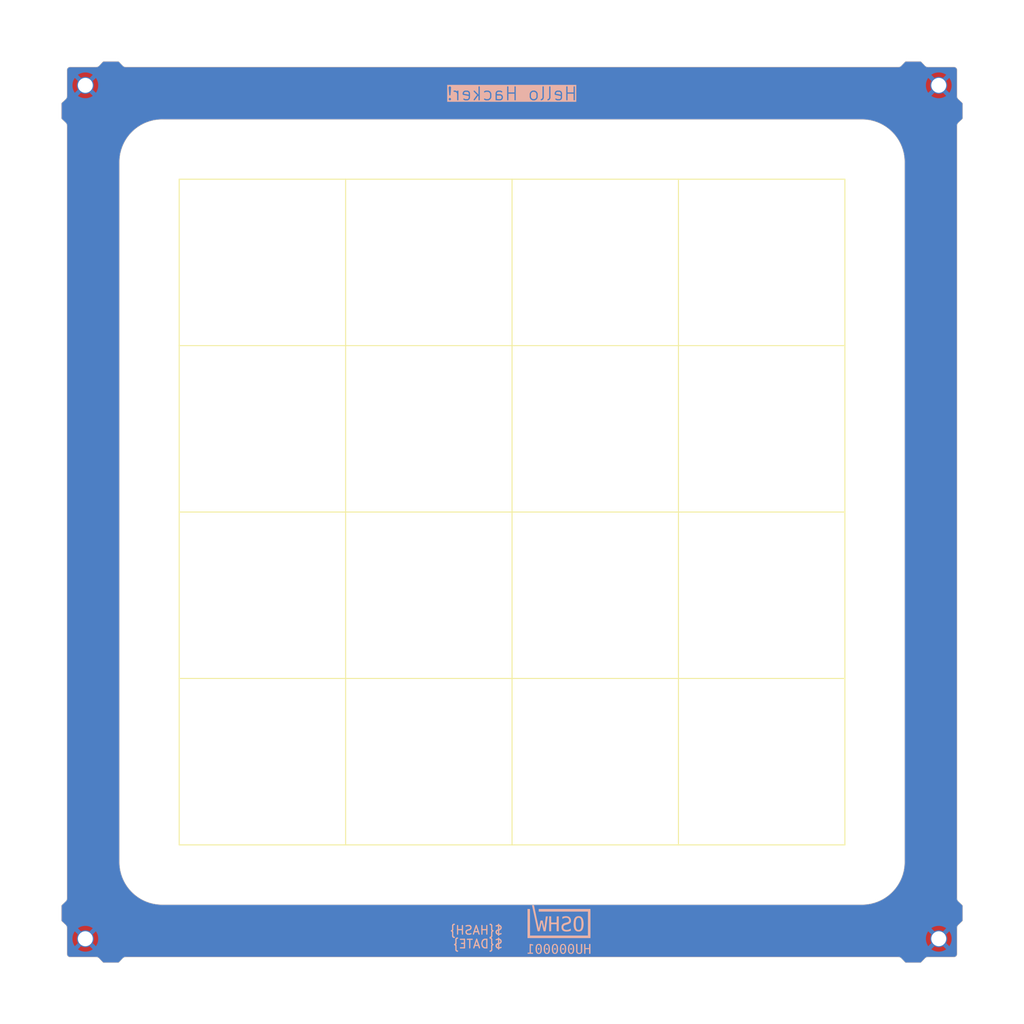
<source format=kicad_pcb>
(kicad_pcb (version 20241229) (generator "pcbnew") (generator_version "9.0")
  (layers (0 "F.Cu" signal) (2 "B.Cu" signal) (13 "F.Paste" user) (15 "B.Paste" user) (5 "F.SilkS" user "F.Silkscreen") (7 "B.SilkS" user "B.Silkscreen") (1 "F.Mask" user) (3 "B.Mask" user) (25 "Edge.Cuts" user))
  (net 0 "")
  (net 1 "GND")
  (footprint "suku_basics:FP_OUTLINE_3" (layer "F.Cu") (at 100 100)
    (property "Reference" "H1" (hide yes))
    (property "Value" "MountingHole_Pad" (hide yes))
    (fp_line (start -52.799999 -46.100001) (end -52.799999 -47.899999) (stroke (width 0.05)) (layer "Edge.Cuts"))
    (fp_line (start -52.799999 46.100001) (end -52.799999 47.899999) (stroke (width 0.05)) (layer "Edge.Cuts"))
    (fp_line (start -52.626954 -48.077382) (end -52.265506 -48.421458) (stroke (width 0.05)) (layer "Edge.Cuts"))
    (fp_line (start -52.626954 -45.922618) (end -52.265506 -45.578542) (stroke (width 0.05)) (layer "Edge.Cuts"))
    (fp_line (start -52.626954 45.922618) (end -52.265506 45.578542) (stroke (width 0.05)) (layer "Edge.Cuts"))
    (fp_line (start -52.626954 48.077382) (end -52.265506 48.421458) (stroke (width 0.05)) (layer "Edge.Cuts"))
    (fp_line (start -52.15 -48.75) (end -52.15 -51.8) (stroke (width 0.05)) (layer "Edge.Cuts"))
    (fp_line (start -52.15 45.25) (end -52.15 -45.25) (stroke (width 0.05)) (layer "Edge.Cuts"))
    (fp_line (start -52.15 48.75) (end -52.15 51.8) (stroke (width 0.05)) (layer "Edge.Cuts"))
    (fp_line (start -48.75 -52.15) (end -51.8 -52.15) (stroke (width 0.05)) (layer "Edge.Cuts"))
    (fp_line (start -48.75 52.15) (end -51.8 52.15) (stroke (width 0.05)) (layer "Edge.Cuts"))
    (fp_line (start -48.077382 -52.626954) (end -48.421458 -52.265506) (stroke (width 0.05)) (layer "Edge.Cuts"))
    (fp_line (start -48.077382 52.626954) (end -48.421458 52.265506) (stroke (width 0.05)) (layer "Edge.Cuts"))
    (fp_line (start -46.100001 -52.799999) (end -47.899999 -52.799999) (stroke (width 0.05)) (layer "Edge.Cuts"))
    (fp_line (start -46.100001 52.799999) (end -47.899999 52.799999) (stroke (width 0.05)) (layer "Edge.Cuts"))
    (fp_line (start -45.922618 -52.626954) (end -45.578542 -52.265506) (stroke (width 0.05)) (layer "Edge.Cuts"))
    (fp_line (start -45.922618 52.626954) (end -45.578542 52.265506) (stroke (width 0.05)) (layer "Edge.Cuts"))
    (fp_line (start -45.25 -52.15) (end 45.25 -52.15) (stroke (width 0.05)) (layer "Edge.Cuts"))
    (fp_line (start 45.25 52.15) (end -45.25 52.15) (stroke (width 0.05)) (layer "Edge.Cuts"))
    (fp_line (start 45.922618 -52.626954) (end 45.578542 -52.265506) (stroke (width 0.05)) (layer "Edge.Cuts"))
    (fp_line (start 45.922618 52.626955) (end 45.578542 52.265507) (stroke (width 0.05)) (layer "Edge.Cuts"))
    (fp_line (start 46.100001 -52.799999) (end 47.899999 -52.799999) (stroke (width 0.05)) (layer "Edge.Cuts"))
    (fp_line (start 46.100001 52.799999) (end 47.899999 52.799999) (stroke (width 0.05)) (layer "Edge.Cuts"))
    (fp_line (start 48.077377 52.626959) (end 48.421453 52.265511) (stroke (width 0.05)) (layer "Edge.Cuts"))
    (fp_line (start 48.077384 -52.626954) (end 48.42146 -52.265506) (stroke (width 0.05)) (layer "Edge.Cuts"))
    (fp_line (start 48.75 -52.15) (end 51.8 -52.15) (stroke (width 0.05)) (layer "Edge.Cuts"))
    (fp_line (start 48.75 52.15) (end 51.8 52.15) (stroke (width 0.05)) (layer "Edge.Cuts"))
    (fp_line (start 52.15 -48.75) (end 52.15 -51.8) (stroke (width 0.05)) (layer "Edge.Cuts"))
    (fp_line (start 52.15 -45.25) (end 52.15 45.25) (stroke (width 0.05)) (layer "Edge.Cuts"))
    (fp_line (start 52.15 48.75) (end 52.15 51.8) (stroke (width 0.05)) (layer "Edge.Cuts"))
    (fp_line (start 52.626954 -48.077385) (end 52.265506 -48.421461) (stroke (width 0.05)) (layer "Edge.Cuts"))
    (fp_line (start 52.626954 -45.922618) (end 52.265506 -45.578542) (stroke (width 0.05)) (layer "Edge.Cuts"))
    (fp_line (start 52.626954 45.922618) (end 52.265506 45.578542) (stroke (width 0.05)) (layer "Edge.Cuts"))
    (fp_line (start 52.626954 48.077383) (end 52.265506 48.421459) (stroke (width 0.05)) (layer "Edge.Cuts"))
    (fp_line (start 52.799999 -46.100001) (end 52.799999 -47.899999) (stroke (width 0.05)) (layer "Edge.Cuts"))
    (fp_line (start 52.799999 46.100001) (end 52.799999 47.899999) (stroke (width 0.05)) (layer "Edge.Cuts"))
    (fp_line (start 52.799999 47.899999) (end 52.626954 48.077383) (stroke (width 0.05)) (layer "Edge.Cuts"))
    (fp_arc (start -52.799999 -47.899999) (mid -52.717353 -47.992466) (end -52.62696 -48.077377) (stroke (width 0.05)) (layer "Edge.Cuts"))
    (fp_arc (start -52.799999 46.100001) (mid -52.717353 46.007534) (end -52.62696 45.922623) (stroke (width 0.05)) (layer "Edge.Cuts"))
    (fp_arc (start -52.62696 -45.922623) (mid -52.717353 -46.007534) (end -52.799999 -46.100001) (stroke (width 0.05)) (layer "Edge.Cuts"))
    (fp_arc (start -52.62696 48.077377) (mid -52.717353 47.992466) (end -52.799999 47.899999) (stroke (width 0.05)) (layer "Edge.Cuts"))
    (fp_arc (start -52.265506 -45.578542) (mid -52.179718 -45.424127) (end -52.15 -45.25) (stroke (width 0.05)) (layer "Edge.Cuts"))
    (fp_arc (start -52.265506 48.421458) (mid -52.179718 48.575873) (end -52.15 48.75) (stroke (width 0.05)) (layer "Edge.Cuts"))
    (fp_arc (start -52.15 -51.8) (mid -52.047488 -52.047488) (end -51.8 -52.15) (stroke (width 0.05)) (layer "Edge.Cuts"))
    (fp_arc (start -52.15 -48.75) (mid -52.179717 -48.575872) (end -52.265506 -48.421458) (stroke (width 0.05)) (layer "Edge.Cuts"))
    (fp_arc (start -52.15 45.25) (mid -52.179717 45.424128) (end -52.265506 45.578542) (stroke (width 0.05)) (layer "Edge.Cuts"))
    (fp_arc (start -51.8 52.15) (mid -52.047488 52.047488) (end -52.15 51.8) (stroke (width 0.05)) (layer "Edge.Cuts"))
    (fp_arc (start -48.75 52.15) (mid -48.575872 52.179717) (end -48.421458 52.265506) (stroke (width 0.05)) (layer "Edge.Cuts"))
    (fp_arc (start -48.421458 -52.265506) (mid -48.575873 -52.179718) (end -48.75 -52.15) (stroke (width 0.05)) (layer "Edge.Cuts"))
    (fp_arc (start -48.077377 -52.62696) (mid -47.992466 -52.717353) (end -47.899999 -52.799999) (stroke (width 0.05)) (layer "Edge.Cuts"))
    (fp_arc (start -47.899999 52.799999) (mid -47.992466 52.717353) (end -48.077377 52.62696) (stroke (width 0.05)) (layer "Edge.Cuts"))
    (fp_arc (start -46.100001 -52.799999) (mid -46.007534 -52.717353) (end -45.922623 -52.62696) (stroke (width 0.05)) (layer "Edge.Cuts"))
    (fp_arc (start -45.922623 52.62696) (mid -46.007534 52.717353) (end -46.100001 52.799999) (stroke (width 0.05)) (layer "Edge.Cuts"))
    (fp_arc (start -45.578542 52.265506) (mid -45.424127 52.179718) (end -45.25 52.15) (stroke (width 0.05)) (layer "Edge.Cuts"))
    (fp_arc (start -45.25 -52.15) (mid -45.424128 -52.179717) (end -45.578542 -52.265506) (stroke (width 0.05)) (layer "Edge.Cuts"))
    (fp_arc (start 45.25 52.15) (mid 45.424127 52.179718) (end 45.578542 52.265506) (stroke (width 0.05)) (layer "Edge.Cuts"))
    (fp_arc (start 45.578542 -52.265506) (mid 45.424128 -52.179717) (end 45.25 -52.15) (stroke (width 0.05)) (layer "Edge.Cuts"))
    (fp_arc (start 45.922623 -52.62696) (mid 46.007534 -52.717353) (end 46.100001 -52.799999) (stroke (width 0.05)) (layer "Edge.Cuts"))
    (fp_arc (start 46.099996 52.799994) (mid 46.007529 52.717348) (end 45.922618 52.626955) (stroke (width 0.05)) (layer "Edge.Cuts"))
    (fp_arc (start 47.900001 -52.799999) (mid 47.992468 -52.717353) (end 48.077379 -52.62696) (stroke (width 0.05)) (layer "Edge.Cuts"))
    (fp_arc (start 48.077377 52.62696) (mid 47.992466 52.717353) (end 47.899999 52.799999) (stroke (width 0.05)) (layer "Edge.Cuts"))
    (fp_arc (start 48.421458 52.265507) (mid 48.575872 52.179718) (end 48.75 52.150001) (stroke (width 0.05)) (layer "Edge.Cuts"))
    (fp_arc (start 48.750002 -52.15) (mid 48.575874 -52.179717) (end 48.42146 -52.265506) (stroke (width 0.05)) (layer "Edge.Cuts"))
    (fp_arc (start 51.8 -52.15) (mid 52.047487 -52.047487) (end 52.15 -51.8) (stroke (width 0.05)) (layer "Edge.Cuts"))
    (fp_arc (start 52.15 -45.25) (mid 52.179717 -45.424128) (end 52.265506 -45.578542) (stroke (width 0.05)) (layer "Edge.Cuts"))
    (fp_arc (start 52.15 48.75) (mid 52.179718 48.575873) (end 52.265506 48.421458) (stroke (width 0.05)) (layer "Edge.Cuts"))
    (fp_arc (start 52.15 51.8) (mid 52.047487 52.047487) (end 51.8 52.15) (stroke (width 0.05)) (layer "Edge.Cuts"))
    (fp_arc (start 52.265506 -48.421461) (mid 52.179717 -48.575875) (end 52.15 -48.750003) (stroke (width 0.05)) (layer "Edge.Cuts"))
    (fp_arc (start 52.265506 45.578542) (mid 52.179717 45.424128) (end 52.15 45.25) (stroke (width 0.05)) (layer "Edge.Cuts"))
    (fp_arc (start 52.62696 -48.07738) (mid 52.717353 -47.992469) (end 52.799999 -47.900002) (stroke (width 0.05)) (layer "Edge.Cuts"))
    (fp_arc (start 52.62696 45.922623) (mid 52.717353 46.007534) (end 52.799999 46.100001) (stroke (width 0.05)) (layer "Edge.Cuts"))
    (fp_arc (start 52.799999 -46.100001) (mid 52.717353 -46.007534) (end 52.62696 -45.922623) (stroke (width 0.05)) (layer "Edge.Cuts"))
    (pad "1" thru_hole circle (at -50 -50) (size 2 2) (drill 1.75) (layers "*.Cu" "*.Mask") (net 1 "GND"))
    (pad "1" thru_hole circle (at -50 50) (size 2 2) (drill 1.75) (layers "*.Cu" "*.Mask") (net 1 "GND"))
    (pad "1" thru_hole circle (at 50 -50) (size 2 2) (drill 1.75) (layers "*.Cu" "*.Mask") (net 1 "GND"))
    (pad "1" thru_hole circle (at 50 50) (size 2 2) (drill 1.75) (layers "*.Cu" "*.Mask") (net 1 "GND"))
  )
  (footprint "suku_basics:OSHWA" (layer "B.Cu") (at 105.5 149 180)
    (property "Reference" "H524" (hide yes))
    (property "Value" "Outline" (hide yes))
    (fp_poly (pts (xy 3.689316 -0.925456) (xy -3.689315 -0.925456) (xy -3.689315 2.488724) (xy 2.37617 2.488724) (xy 2.37617 2.176071) (xy -3.389168 2.176071) (xy -3.389168 -0.625308) (xy 3.389071 -0.625308) (xy 3.392246 0.928582) (xy 3.395421 2.482471) (xy 3.542369 2.485995) (xy 3.689316 2.489518)) (fill yes) (layer "B.SilkS"))
    (fp_poly (pts (xy 0.146948 1.623126) (xy 0.268883 1.619547) (xy 0.275519 0.900443) (xy 0.91295 0.900443) (xy 0.91295 1.6258) (xy 1.150567 1.6258) (xy 1.150567 -0.125062) (xy 0.91295 -0.125062) (xy 0.91295 0.700344) (xy 0.275136 0.700344) (xy 0.275136 -0.125062) (xy 0.025013 -0.125062) (xy 0.025013 1.626706)) (fill yes) (layer "B.SilkS"))
    (fp_poly (pts (xy -3.526735 -2.088528) (xy -3.101526 -2.088528) (xy -3.101526 -1.613294) (xy -2.951452 -1.613294) (xy -2.951452 -2.763861) (xy -3.101038 -2.763861) (xy -3.104409 -2.491852) (xy -3.107779 -2.219843) (xy -3.526735 -2.212985) (xy -3.526735 -2.763861) (xy -3.689315 -2.763861) (xy -3.689315 -1.613294) (xy -3.526735 -1.613294)) (fill yes) (layer "B.SilkS"))
    (fp_poly (pts (xy 2.423363 -2.099022) (xy 2.455397 -2.12638) (xy 2.472875 -2.164417) (xy 2.473375 -2.206947) (xy 2.454476 -2.247785) (xy 2.445522 -2.25793) (xy 2.405042 -2.283341) (xy 2.360014 -2.288196) (xy 2.318075 -2.272398) (xy 2.303313 -2.259682) (xy 2.278977 -2.218539) (xy 2.275667 -2.175058) (xy 2.290781 -2.135108) (xy 2.321718 -2.104558) (xy 2.365875 -2.089276) (xy 2.379195 -2.088528)) (fill yes) (layer "B.SilkS"))
    (fp_poly (pts (xy 1.472895 -2.099022) (xy 1.504929 -2.12638) (xy 1.522407 -2.164417) (xy 1.522907 -2.206947) (xy 1.504008 -2.247785) (xy 1.495054 -2.25793) (xy 1.454575 -2.283341) (xy 1.409546 -2.288196) (xy 1.367607 -2.272398) (xy 1.352845 -2.259682) (xy 1.328509 -2.218539) (xy 1.325199 -2.175058) (xy 1.340313 -2.135108) (xy 1.37125 -2.104558) (xy 1.415407 -2.089276) (xy 1.428727 -2.088528)) (fill yes) (layer "B.SilkS"))
    (fp_poly (pts (xy 0.522427 -2.099022) (xy 0.554461 -2.12638) (xy 0.571939 -2.164417) (xy 0.57244 -2.206947) (xy 0.55354 -2.247785) (xy 0.544587 -2.25793) (xy 0.504107 -2.283341) (xy 0.459078 -2.288196) (xy 0.417139 -2.272398) (xy 0.402377 -2.259682) (xy 0.378041 -2.218539) (xy 0.374731 -2.175058) (xy 0.389846 -2.135108) (xy 0.420782 -2.104558) (xy 0.464939 -2.089276) (xy 0.478259 -2.088528)) (fill yes) (layer "B.SilkS"))
    (fp_poly (pts (xy -0.428041 -2.099022) (xy -0.396007 -2.12638) (xy -0.378529 -2.164417) (xy -0.378028 -2.206947) (xy -0.396927 -2.247785) (xy -0.405881 -2.25793) (xy -0.446361 -2.283341) (xy -0.491389 -2.288196) (xy -0.533328 -2.272398) (xy -0.54809 -2.259682) (xy -0.572426 -2.218539) (xy -0.575736 -2.175058) (xy -0.560622 -2.135108) (xy -0.529686 -2.104558) (xy -0.485529 -2.089276) (xy -0.472209 -2.088528)) (fill yes) (layer "B.SilkS"))
    (fp_poly (pts (xy -1.366002 -2.099022) (xy -1.333968 -2.12638) (xy -1.31649 -2.164417) (xy -1.31599 -2.206947) (xy -1.334889 -2.247785) (xy -1.343843 -2.25793) (xy -1.384322 -2.283341) (xy -1.429351 -2.288196) (xy -1.47129 -2.272398) (xy -1.486052 -2.259682) (xy -1.510388 -2.218539) (xy -1.513698 -2.175058) (xy -1.498584 -2.135108) (xy -1.467647 -2.104558) (xy -1.42349 -2.089276) (xy -1.41017 -2.088528)) (fill yes) (layer "B.SilkS"))
    (fp_poly (pts (xy 3.439193 -2.626293) (xy 3.67681 -2.626293) (xy 3.67681 -2.763861) (xy 3.037689 -2.763861) (xy 3.041469 -2.698203) (xy 3.045249 -2.632546) (xy 3.167184 -2.628966) (xy 3.289119 -2.625387) (xy 3.289119 -2.194378) (xy 3.288777 -2.074495) (xy 3.287778 -1.971946) (xy 3.286163 -1.888188) (xy 3.283972 -1.824679) (xy 3.281247 -1.782877) (xy 3.278027 -1.76424) (xy 3.277097 -1.763368) (xy 3.260168 -1.766055) (xy 3.225245 -1.773232) (xy 3.178662 -1.78357) (xy 3.157804 -1.78838) (xy 3.108191 -1.799632) (xy 3.067562 -1.808258) (xy 3.042296 -1.81293) (xy 3.037888 -1.813393) (xy 3.031169 -1.801857) (xy 3.028386 -1.770697) (xy 3.028992 -1.742407) (xy 3.032743 -1.671421) (xy 3.157804 -1.642959) (xy 3.221273 -1.630301) (xy 3.285815 -1.620393) (xy 3.341191 -1.614699) (xy 3.361029 -1.613896) (xy 3.439193 -1.613294)) (fill yes) (layer "B.SilkS"))
    (fp_poly (pts (xy -2.561065 -2.0883) (xy -2.557508 -2.563306) (xy -2.519948 -2.600854) (xy -2.471266 -2.633373) (xy -2.409462 -2.651483) (xy -2.342226 -2.654652) (xy -2.277249 -2.642346) (xy -2.231814 -2.62084) (xy -2.214905 -2.608756) (xy -2.201041 -2.59515) (xy -2.189922 -2.577563) (xy -2.181246 -2.553532) (xy -2.17471 -2.520598) (xy -2.170015 -2.4763) (xy -2.166857 -2.418177) (xy -2.164936 -2.343768) (xy -2.16395 -2.250614) (xy -2.163598 -2.136253) (xy -2.163564 -2.063918) (xy -2.163564 -1.613294) (xy -1.998864 -1.613294) (xy -2.004222 -2.072895) (xy -2.006032 -2.205355) (xy -2.008145 -2.314667) (xy -2.01064 -2.402695) (xy -2.0136 -2.471303) (xy -2.017104 -2.522353) (xy -2.021235 -2.557709) (xy -2.026072 -2.579236) (xy -2.026235 -2.579707) (xy -2.061961 -2.646483) (xy -2.11637 -2.704712) (xy -2.18322 -2.74789) (xy -2.191159 -2.751482) (xy -2.248615 -2.76959) (xy -2.317403 -2.781305) (xy -2.387483 -2.785695) (xy -2.448813 -2.781827) (xy -2.469965 -2.7774) (xy -2.559864 -2.741802) (xy -2.631084 -2.690092) (xy -2.68309 -2.622692) (xy -2.694035 -2.60128) (xy -2.700795 -2.585557) (xy -2.706311 -2.568715) (xy -2.710737 -2.548089) (xy -2.714227 -2.52101) (xy -2.716934 -2.484812) (xy -2.719011 -2.436829) (xy -2.720611 -2.374392) (xy -2.721887 -2.294836) (xy -2.722993 -2.195492) (xy -2.724036 -2.079149) (xy -2.727983 -1.613294) (xy -2.564621 -1.613294)) (fill yes) (layer "B.SilkS"))
    (fp_poly (pts (xy 2.479267 -1.612912) (xy 2.544266 -1.637705) (xy 2.599169 -1.679949) (xy 2.633148 -1.719274) (xy 2.674326 -1.78977) (xy 2.706844 -1.879346) (xy 2.730172 -1.983428) (xy 2.743778 -2.09744) (xy 2.74713 -2.216809) (xy 2.739698 -2.336958) (xy 2.720951 -2.453315) (xy 2.719279 -2.460853) (xy 2.685784 -2.566283) (xy 2.637453 -2.652461) (xy 2.574704 -2.718771) (xy 2.520358 -2.754112) (xy 2.462001 -2.774198) (xy 2.391637 -2.783817) (xy 2.320306 -2.782224) (xy 2.266388 -2.771248) (xy 2.190068 -2.734152) (xy 2.12676 -2.676662) (xy 2.07604 -2.598241) (xy 2.037481 -2.498348) (xy 2.029936 -2.47091) (xy 2.018323 -2.407332) (xy 2.010576 -2.326836) (xy 2.006695 -2.23636) (xy 2.006682 -2.144806) (xy 2.167182 -2.144806) (xy 2.16743 -2.28475) (xy 2.177721 -2.402029) (xy 2.198129 -2.496918) (xy 2.228728 -2.569692) (xy 2.269592 -2.620626) (xy 2.3012 -2.641906) (xy 2.354246 -2.66084) (xy 2.403413 -2.659264) (xy 2.446617 -2.643425) (xy 2.48408 -2.616016) (xy 2.516627 -2.575561) (xy 2.519016 -2.571514) (xy 2.542248 -2.52449) (xy 2.559405 -2.473242) (xy 2.57121 -2.413306) (xy 2.578386 -2.340213) (xy 2.581657 -2.249498) (xy 2.58204 -2.182324) (xy 2.579984 -2.074424) (xy 2.573824 -1.987609) (xy 2.562709 -1.918165) (xy 2.545787 -1.862378) (xy 2.522209 -1.816533) (xy 2.491124 -1.776917) (xy 2.488534 -1.774164) (xy 2.458625 -1.745356) (xy 2.432972 -1.73103) (xy 2.400092 -1.726228) (xy 2.376635 -1.72585) (xy 2.335154 -1.727808) (xy 2.306456 -1.736951) (xy 2.278799 -1.75818) (xy 2.263454 -1.773092) (xy 2.232664 -1.809168) (xy 2.20913 -1.850513) (xy 2.19183 -1.901075) (xy 2.179739 -1.964803) (xy 2.171835 -2.045647) (xy 2.167182 -2.144806) (xy 2.006682 -2.144806) (xy 2.006682 -2.142843) (xy 2.010537 -2.053224) (xy 2.018263 -1.97444) (xy 2.029855 -1.913442) (xy 2.059663 -1.823267) (xy 2.096259 -1.751266) (xy 2.143074 -1.690827) (xy 2.148311 -1.685308) (xy 2.199716 -1.642072) (xy 2.257261 -1.615278) (xy 2.326695 -1.60302) (xy 2.398093 -1.602551)) (fill yes) (layer "B.SilkS"))
    (fp_poly (pts (xy 1.528799 -1.612912) (xy 1.593798 -1.637705) (xy 1.648701 -1.679949) (xy 1.68268 -1.719274) (xy 1.723858 -1.78977) (xy 1.756376 -1.879346) (xy 1.779704 -1.983428) (xy 1.79331 -2.09744) (xy 1.796663 -2.216809) (xy 1.789231 -2.336958) (xy 1.770483 -2.453315) (xy 1.768811 -2.460853) (xy 1.735316 -2.566283) (xy 1.686986 -2.652461) (xy 1.624236 -2.718771) (xy 1.569891 -2.754112) (xy 1.511533 -2.774198) (xy 1.44117 -2.783817) (xy 1.369838 -2.782224) (xy 1.31592 -2.771248) (xy 1.239601 -2.734152) (xy 1.176293 -2.676662) (xy 1.125572 -2.598241) (xy 1.087013 -2.498348) (xy 1.079469 -2.47091) (xy 1.067856 -2.407332) (xy 1.060108 -2.326836) (xy 1.056227 -2.23636) (xy 1.056214 -2.144806) (xy 1.216714 -2.144806) (xy 1.216962 -2.28475) (xy 1.227253 -2.402029) (xy 1.247661 -2.496918) (xy 1.27826 -2.569692) (xy 1.319124 -2.620626) (xy 1.350732 -2.641906) (xy 1.403779 -2.66084) (xy 1.452946 -2.659264) (xy 1.496149 -2.643425) (xy 1.533612 -2.616016) (xy 1.566159 -2.575561) (xy 1.568548 -2.571514) (xy 1.59178 -2.52449) (xy 1.608937 -2.473242) (xy 1.620742 -2.413306) (xy 1.627918 -2.340213) (xy 1.631189 -2.249498) (xy 1.631572 -2.182324) (xy 1.629516 -2.074424) (xy 1.623356 -1.987609) (xy 1.612241 -1.918165) (xy 1.59532 -1.862378) (xy 1.571742 -1.816533) (xy 1.540656 -1.776917) (xy 1.538066 -1.774164) (xy 1.508157 -1.745356) (xy 1.482504 -1.73103) (xy 1.449624 -1.726228) (xy 1.426167 -1.72585) (xy 1.384686 -1.727808) (xy 1.355988 -1.736951) (xy 1.328331 -1.75818) (xy 1.312986 -1.773092) (xy 1.282196 -1.809168) (xy 1.258663 -1.850513) (xy 1.241362 -1.901075) (xy 1.229271 -1.964803) (xy 1.221368 -2.045647) (xy 1.216714 -2.144806) (xy 1.056214 -2.144806) (xy 1.056214 -2.142843) (xy 1.06007 -2.053224) (xy 1.067795 -1.97444) (xy 1.079387 -1.913442) (xy 1.109196 -1.823267) (xy 1.145791 -1.751266) (xy 1.192606 -1.690827) (xy 1.197843 -1.685308) (xy 1.249248 -1.642072) (xy 1.306793 -1.615278) (xy 1.376227 -1.60302) (xy 1.447625 -1.602551)) (fill yes) (layer "B.SilkS"))
    (fp_poly (pts (xy 0.578332 -1.612912) (xy 0.64333 -1.637705) (xy 0.698234 -1.679949) (xy 0.732212 -1.719274) (xy 0.77339 -1.78977) (xy 0.805908 -1.879346) (xy 0.829236 -1.983428) (xy 0.842842 -2.09744) (xy 0.846195 -2.216809) (xy 0.838763 -2.336958) (xy 0.820015 -2.453315) (xy 0.818343 -2.460853) (xy 0.784848 -2.566283) (xy 0.736518 -2.652461) (xy 0.673769 -2.718771) (xy 0.619423 -2.754112) (xy 0.561066 -2.774198) (xy 0.490702 -2.783817) (xy 0.41937 -2.782224) (xy 0.365453 -2.771248) (xy 0.289133 -2.734152) (xy 0.225825 -2.676662) (xy 0.175104 -2.598241) (xy 0.136546 -2.498348) (xy 0.129001 -2.47091) (xy 0.117388 -2.407332) (xy 0.10964 -2.326836) (xy 0.10576 -2.23636) (xy 0.105746 -2.144806) (xy 0.266246 -2.144806) (xy 0.266494 -2.28475) (xy 0.276785 -2.402029) (xy 0.297193 -2.496918) (xy 0.327792 -2.569692) (xy 0.368656 -2.620626) (xy 0.400264 -2.641906) (xy 0.453311 -2.66084) (xy 0.502478 -2.659264) (xy 0.545681 -2.643425) (xy 0.583144 -2.616016) (xy 0.615692 -2.575561) (xy 0.61808 -2.571514) (xy 0.641313 -2.52449) (xy 0.65847 -2.473242) (xy 0.670275 -2.413306) (xy 0.677451 -2.340213) (xy 0.680721 -2.249498) (xy 0.681105 -2.182324) (xy 0.679048 -2.074424) (xy 0.672888 -1.987609) (xy 0.661773 -1.918165) (xy 0.644852 -1.862378) (xy 0.621274 -1.816533) (xy 0.590188 -1.776917) (xy 0.587598 -1.774164) (xy 0.557689 -1.745356) (xy 0.532036 -1.73103) (xy 0.499156 -1.726228) (xy 0.475699 -1.72585) (xy 0.434218 -1.727808) (xy 0.40552 -1.736951) (xy 0.377863 -1.75818) (xy 0.362518 -1.773092) (xy 0.331729 -1.809168) (xy 0.308195 -1.850513) (xy 0.290894 -1.901075) (xy 0.278803 -1.964803) (xy 0.2709 -2.045647) (xy 0.266246 -2.144806) (xy 0.105746 -2.144806) (xy 0.105746 -2.142843) (xy 0.109602 -2.053224) (xy 0.117327 -1.97444) (xy 0.12892 -1.913442) (xy 0.158728 -1.823267) (xy 0.195323 -1.751266) (xy 0.242139 -1.690827) (xy 0.247376 -1.685308) (xy 0.29878 -1.642072) (xy 0.356326 -1.615278) (xy 0.42576 -1.60302) (xy 0.497157 -1.602551)) (fill yes) (layer "B.SilkS"))
    (fp_poly (pts (xy -0.372136 -1.612912) (xy -0.307138 -1.637705) (xy -0.252234 -1.679949) (xy -0.218255 -1.719274) (xy -0.177078 -1.78977) (xy -0.144559 -1.879346) (xy -0.121231 -1.983428) (xy -0.107626 -2.09744) (xy -0.104273 -2.216809) (xy -0.111705 -2.336958) (xy -0.130453 -2.453315) (xy -0.132124 -2.460853) (xy -0.165619 -2.566283) (xy -0.21395 -2.652461) (xy -0.276699 -2.718771) (xy -0.331045 -2.754112) (xy -0.389402 -2.774198) (xy -0.459766 -2.783817) (xy -0.531098 -2.782224) (xy -0.585015 -2.771248) (xy -0.661335 -2.734152) (xy -0.724643 -2.676662) (xy -0.775364 -2.598241) (xy -0.813922 -2.498348) (xy -0.821467 -2.47091) (xy -0.83308 -2.407332) (xy -0.840827 -2.326836) (xy -0.844708 -2.23636) (xy -0.844721 -2.144806) (xy -0.684221 -2.144806) (xy -0.683973 -2.28475) (xy -0.673682 -2.402029) (xy -0.653275 -2.496918) (xy -0.622676 -2.569692) (xy -0.581811 -2.620626) (xy -0.550203 -2.641906) (xy -0.497157 -2.66084) (xy -0.44799 -2.659264) (xy -0.404787 -2.643425) (xy -0.367324 -2.616016) (xy -0.334776 -2.575561) (xy -0.332387 -2.571514) (xy -0.309155 -2.52449) (xy -0.291998 -2.473242) (xy -0.280193 -2.413306) (xy -0.273017 -2.340213) (xy -0.269746 -2.249498) (xy -0.269363 -2.182324) (xy -0.271419 -2.074424) (xy -0.27758 -1.987609) (xy -0.288695 -1.918165) (xy -0.305616 -1.862378) (xy -0.329194 -1.816533) (xy -0.36028 -1.776917) (xy -0.36287 -1.774164) (xy -0.392779 -1.745356) (xy -0.418432 -1.73103) (xy -0.451311 -1.726228) (xy -0.474768 -1.72585) (xy -0.51625 -1.727808) (xy -0.544947 -1.736951) (xy -0.572605 -1.75818) (xy -0.58795 -1.773092) (xy -0.618739 -1.809168) (xy -0.642273 -1.850513) (xy -0.659574 -1.901075) (xy -0.671664 -1.964803) (xy -0.679568 -2.045647) (xy -0.684221 -2.144806) (xy -0.844721 -2.144806) (xy -0.844721 -2.142843) (xy -0.840866 -2.053224) (xy -0.833141 -1.97444) (xy -0.821548 -1.913442) (xy -0.79174 -1.823267) (xy -0.755145 -1.751266) (xy -0.708329 -1.690827) (xy -0.703092 -1.685308) (xy -0.651688 -1.642072) (xy -0.594142 -1.615278) (xy -0.524708 -1.60302) (xy -0.453311 -1.602551)) (fill yes) (layer "B.SilkS"))
    (fp_poly (pts (xy -1.310098 -1.612912) (xy -1.245099 -1.637705) (xy -1.190196 -1.679949) (xy -1.156217 -1.719274) (xy -1.115039 -1.78977) (xy -1.082521 -1.879346) (xy -1.059193 -1.983428) (xy -1.045587 -2.09744) (xy -1.042234 -2.216809) (xy -1.049666 -2.336958) (xy -1.068414 -2.453315) (xy -1.070086 -2.460853) (xy -1.103581 -2.566283) (xy -1.151911 -2.652461) (xy -1.214661 -2.718771) (xy -1.269007 -2.754112) (xy -1.327364 -2.774198) (xy -1.397728 -2.783817) (xy -1.469059 -2.782224) (xy -1.522977 -2.771248) (xy -1.599296 -2.734152) (xy -1.662604 -2.676662) (xy -1.713325 -2.598241) (xy -1.751884 -2.498348) (xy -1.759429 -2.47091) (xy -1.771042 -2.407332) (xy -1.778789 -2.326836) (xy -1.78267 -2.23636) (xy -1.782683 -2.144806) (xy -1.622183 -2.144806) (xy -1.621935 -2.28475) (xy -1.611644 -2.402029) (xy -1.591236 -2.496918) (xy -1.560637 -2.569692) (xy -1.519773 -2.620626) (xy -1.488165 -2.641906) (xy -1.435118 -2.66084) (xy -1.385951 -2.659264) (xy -1.342748 -2.643425) (xy -1.305285 -2.616016) (xy -1.272738 -2.575561) (xy -1.270349 -2.571514) (xy -1.247117 -2.52449) (xy -1.22996 -2.473242) (xy -1.218155 -2.413306) (xy -1.210979 -2.340213) (xy -1.207708 -2.249498) (xy -1.207325 -2.182324) (xy -1.209381 -2.074424) (xy -1.215541 -1.987609) (xy -1.226656 -1.918165) (xy -1.243577 -1.862378) (xy -1.267155 -1.816533) (xy -1.298241 -1.776917) (xy -1.300831 -1.774164) (xy -1.33074 -1.745356) (xy -1.356393 -1.73103) (xy -1.389273 -1.726228) (xy -1.41273 -1.72585) (xy -1.454211 -1.727808) (xy -1.482909 -1.736951) (xy -1.510566 -1.75818) (xy -1.525911 -1.773092) (xy -1.556701 -1.809168) (xy -1.580234 -1.850513) (xy -1.597535 -1.901075) (xy -1.609626 -1.964803) (xy -1.617529 -2.045647) (xy -1.622183 -2.144806) (xy -1.782683 -2.144806) (xy -1.782683 -2.142843) (xy -1.778827 -2.053224) (xy -1.771102 -1.97444) (xy -1.75951 -1.913442) (xy -1.729702 -1.823267) (xy -1.693106 -1.751266) (xy -1.646291 -1.690827) (xy -1.641054 -1.685308) (xy -1.589649 -1.642072) (xy -1.532104 -1.615278) (xy -1.46267 -1.60302) (xy -1.391272 -1.602551)) (fill yes) (layer "B.SilkS"))
    (fp_poly (pts (xy -2.213686 1.648416) (xy -2.173361 1.642883) (xy -2.133448 1.632444) (xy -2.11365 1.62599) (xy -2.017135 1.582277) (xy -1.934897 1.520831) (xy -1.866124 1.440575) (xy -1.810003 1.340433) (xy -1.765721 1.219326) (xy -1.744681 1.136985) (xy -1.734923 1.07785) (xy -1.72692 0.999811) (xy -1.720855 0.908928) (xy -1.716911 0.811259) (xy -1.71527 0.712863) (xy -1.716115 0.6198) (xy -1.719627 0.538129) (xy -1.724944 0.481445) (xy -1.751517 0.331144) (xy -1.789241 0.202461) (xy -1.838715 0.094336) (xy -1.900537 0.005708) (xy -1.975305 -0.06448) (xy -2.062762 -0.116889) (xy -2.103525 -0.134659) (xy -2.139902 -0.14622) (xy -2.179949 -0.153159) (xy -2.231723 -0.157061) (xy -2.275366 -0.158715) (xy -2.345863 -0.159585) (xy -2.399351 -0.156676) (xy -2.443645 -0.149242) (xy -2.478265 -0.139354) (xy -2.571511 -0.098856) (xy -2.651292 -0.042823) (xy -2.718295 0.029968) (xy -2.773207 0.120739) (xy -2.816717 0.230714) (xy -2.849512 0.361114) (xy -2.872279 0.513163) (xy -2.877989 0.571523) (xy -2.884864 0.674628) (xy -2.885786 0.744116) (xy -2.629897 0.744116) (xy -2.627195 0.594409) (xy -2.618801 0.467089) (xy -2.604279 0.360089) (xy -2.583196 0.27134) (xy -2.555116 0.198778) (xy -2.519605 0.140333) (xy -2.497463 0.114208) (xy -2.463968 0.08401) (xy -2.42916 0.060012) (xy -2.419941 0.055293) (xy -2.371974 0.042609) (xy -2.310675 0.038337) (xy -2.24617 0.042214) (xy -2.188587 0.053976) (xy -2.167463 0.061848) (xy -2.110324 0.10024) (xy -2.062818 0.159403) (xy -2.024838 0.239747) (xy -1.996276 0.341685) (xy -1.977025 0.465628) (xy -1.966978 0.611987) (xy -1.96603 0.781173) (xy -1.967346 0.831659) (xy -1.974496 0.971762) (xy -1.986642 1.089396) (xy -2.00452 1.186737) (xy -2.02887 1.265962) (xy -2.06043 1.329249) (xy -2.099936 1.378775) (xy -2.148127 1.416718) (xy -2.169817 1.429044) (xy -2.234525 1.450351) (xy -2.308708 1.455453) (xy -2.382835 1.444401) (xy -2.428511 1.427606) (xy -2.481734 1.392782) (xy -2.526042 1.343307) (xy -2.561873 1.277702) (xy -2.589663 1.194486) (xy -2.609848 1.092179) (xy -2.622863 0.969303) (xy -2.629144 0.824376) (xy -2.629897 0.744116) (xy -2.885786 0.744116) (xy -2.886107 0.768282) (xy -2.881727 0.866448) (xy -2.878187 0.912678) (xy -2.859119 1.072373) (xy -2.830164 1.210136) (xy -2.790684 1.327272) (xy -2.740046 1.425088) (xy -2.677612 1.504888) (xy -2.602749 1.567978) (xy -2.542136 1.603131) (xy -2.502095 1.621588) (xy -2.466776 1.633727) (xy -2.42829 1.641206) (xy -2.378745 1.645687) (xy -2.328219 1.648133) (xy -2.262584 1.649885)) (fill yes) (layer "B.SilkS"))
    (fp_poly (pts (xy -0.796763 1.648341) (xy -0.685523 1.638002) (xy -0.57458 1.618762) (xy -0.47144 1.591483) (xy -0.422082 1.57389) (xy -0.406061 1.566635) (xy -0.395996 1.556809) (xy -0.390503 1.53914) (xy -0.388198 1.508358) (xy -0.387696 1.45919) (xy -0.38769 1.442943) (xy -0.388153 1.392245) (xy -0.389395 1.352573) (xy -0.391198 1.329392) (xy -0.392368 1.325652) (xy -0.404999 1.331227) (xy -0.432223 1.345495) (xy -0.453058 1.356958) (xy -0.554732 1.404587) (xy -0.659074 1.436678) (xy -0.76262 1.453345) (xy -0.86191 1.4547) (xy -0.95348 1.440857) (xy -1.033869 1.41193) (xy -1.099615 1.368032) (xy -1.130442 1.334753) (xy -1.166972 1.26703) (xy -1.183105 1.189889) (xy -1.177427 1.110201) (xy -1.177033 1.108409) (xy -1.163988 1.063883) (xy -1.144802 1.026727) (xy -1.116635 0.995185) (xy -1.076646 0.9675) (xy -1.021997 0.941913) (xy -0.949848 0.916667) (xy -0.857358 0.890006) (xy -0.799557 0.874812) (xy -0.729069 0.855592) (xy -0.661512 0.835202) (xy -0.603334 0.815723) (xy -0.560981 0.799233) (xy -0.551784 0.794908) (xy -0.457399 0.735184) (xy -0.384118 0.662245) (xy -0.331806 0.575839) (xy -0.300327 0.475715) (xy -0.289545 0.361621) (xy -0.290958 0.312654) (xy -0.307843 0.196094) (xy -0.343494 0.095994) (xy -0.397943 0.01233) (xy -0.47122 -0.054921) (xy -0.563355 -0.105784) (xy -0.674379 -0.140282) (xy -0.804323 -0.158439) (xy -0.900443 -0.161483) (xy -0.984703 -0.158051) (xy -1.070024 -0.149441) (xy -1.13806 -0.138049) (xy -1.198338 -0.123653) (xy -1.259779 -0.106575) (xy -1.310396 -0.090181) (xy -1.316272 -0.088005) (xy -1.388183 -0.060734) (xy -1.388183 0.063429) (xy -1.387687 0.115723) (xy -1.386352 0.157145) (xy -1.384404 0.182382) (xy -1.38289 0.187592) (xy -1.370172 0.182129) (xy -1.340939 0.167587) (xy -1.300705 0.146732) (xy -1.285967 0.138943) (xy -1.192068 0.093743) (xy -1.105928 0.063324) (xy -1.017843 0.044564) (xy -0.975878 0.039189) (xy -0.86929 0.035229) (xy -0.772107 0.046254) (xy -0.687556 0.071299) (xy -0.618865 0.109397) (xy -0.56926 0.159578) (xy -0.56797 0.161452) (xy -0.533797 0.231437) (xy -0.51833 0.308864) (xy -0.521301 0.387506) (xy -0.542443 0.461135) (xy -0.581487 0.523521) (xy -0.583649 0.525951) (xy -0.609695 0.551075) (xy -0.640923 0.57281) (xy -0.681021 0.592658) (xy -0.733674 0.612124) (xy -0.80257 0.632713) (xy -0.891395 0.655929) (xy -0.918913 0.662755) (xy -1.050387 0.699971) (xy -1.158673 0.741914) (xy -1.245375 0.790011) (xy -1.312098 0.845683) (xy -1.360446 0.910356) (xy -1.392023 0.985455) (xy -1.408435 1.072402) (xy -1.410535 1.09912) (xy -1.4061 1.216759) (xy -1.379547 1.324024) (xy -1.332234 1.419171) (xy -1.265518 1.500457) (xy -1.180757 1.566139) (xy -1.079309 1.614474) (xy -0.990106 1.638887) (xy -0.900793 1.648923)) (fill yes) (layer "B.SilkS"))
    (fp_poly (pts (xy 3.102426 2.926025) (xy 3.136692 2.92422) (xy 3.154538 2.920182) (xy 3.160258 2.913068) (xy 3.158976 2.904554) (xy 3.15551 2.889751) (xy 3.147085 2.85202) (xy 3.134032 2.79288) (xy 3.116683 2.713851) (xy 3.095368 2.616451) (xy 3.070419 2.5022) (xy 3.042167 2.372615) (xy 3.010944 2.229217) (xy 2.97708 2.073524) (xy 2.940907 1.907054) (xy 2.902756 1.731327) (xy 2.862958 1.547863) (xy 2.83241 1.406942) (xy 2.791579 1.218561) (xy 2.752145 1.036694) (xy 2.71444 0.86287) (xy 2.678796 0.698615) (xy 2.645545 0.545457) (xy 2.615018 0.404923) (xy 2.587548 0.27854) (xy 2.563467 0.167837) (xy 2.543106 0.07434) (xy 2.526798 -0.000424) (xy 2.514875 -0.054927) (xy 2.507668 -0.087641) (xy 2.505566 -0.096923) (xy 2.500685 -0.110204) (xy 2.490761 -0.118479) (xy 2.470723 -0.122922) (xy 2.435501 -0.124706) (xy 2.384194 -0.125006) (xy 2.269867 -0.124951) (xy 2.158632 0.36586) (xy 2.134167 0.473343) (xy 2.111178 0.573444) (xy 2.090296 0.66348) (xy 2.072154 0.740768) (xy 2.057382 0.802623) (xy 2.046613 0.846363) (xy 2.040477 0.869304) (xy 2.039552 0.871902) (xy 2.0352 0.863504) (xy 2.026061 0.83316) (xy 2.012753 0.783341) (xy 1.995895 0.716523) (xy 1.976107 0.635178) (xy 1.954007 0.54178) (xy 1.930215 0.438803) (xy 1.920631 0.396668) (xy 1.896245 0.289214) (xy 1.87343 0.189124) (xy 1.852808 0.099085) (xy 1.834997 0.021783) (xy 1.820618 -0.040094) (xy 1.81029 -0.083861) (xy 1.804634 -0.106831) (xy 1.803883 -0.109429) (xy 1.790649 -0.117883) (xy 1.757015 -0.122985) (xy 1.700958 -0.125004) (xy 1.686601 -0.125062) (xy 1.626286 -0.123691) (xy 1.58866 -0.119383) (xy 1.571536 -0.111845) (xy 1.570206 -0.109429) (xy 1.567599 -0.09467) (xy 1.561661 -0.057254) (xy 1.552709 0.000731) (xy 1.541057 0.077199) (xy 1.52702 0.170059) (xy 1.510913 0.277226) (xy 1.493053 0.396611) (xy 1.473753 0.526125) (xy 1.453329 0.663682) (xy 1.444195 0.725357) (xy 1.423286 0.86659) (xy 1.403322 1.001332) (xy 1.384628 1.127412) (xy 1.367524 1.242655) (xy 1.352335 1.344891) (xy 1.339382 1.431947) (xy 1.32899 1.50165) (xy 1.32148 1.551828) (xy 1.317176 1.580309) (xy 1.316421 1.585155) (xy 1.309874 1.6258) (xy 1.423328 1.6258) (xy 1.473932 1.624832) (xy 1.514231 1.622242) (xy 1.538299 1.618495) (xy 1.542347 1.61642) (xy 1.544815 1.602564) (xy 1.54987 1.566169) (xy 1.557226 1.509546) (xy 1.566598 1.435003) (xy 1.577701 1.34485) (xy 1.590248 1.241394) (xy 1.603954 1.126945) (xy 1.618534 1.003812) (xy 1.626268 0.937961) (xy 1.641232 0.81126) (xy 1.655556 0.692058) (xy 1.668946 0.582664) (xy 1.681106 0.485387) (xy 1.691743 0.402537) (xy 1.700562 0.336424) (xy 1.707269 0.289356) (xy 1.71157 0.263643) (xy 1.712746 0.25949) (xy 1.717087 0.269078) (xy 1.725857 0.300507) (xy 1.738432 0.351119) (xy 1.754188 0.41826) (xy 1.772503 0.499273) (xy 1.792752 0.591502) (xy 1.81403 0.690953) (xy 1.907189 1.131807) (xy 2.033915 1.135355) (xy 2.091233 1.1367) (xy 2.12833 1.136273) (xy 2.149983 1.133179) (xy 2.160967 1.126523) (xy 2.16606 1.115408) (xy 2.167325 1.110342) (xy 2.171428 1.091715) (xy 2.18008 1.051635) (xy 2.192635 0.993117) (xy 2.208451 0.919176) (xy 2.22688 0.832826) (xy 2.247278 0.737081) (xy 2.265319 0.652281) (xy 2.291375 0.531527) (xy 2.31393 0.430753) (xy 2.33277 0.350828) (xy 2.347679 0.292619) (xy 2.358443 0.256997) (xy 2.364847 0.244831) (xy 2.365865 0.245831) (xy 2.369616 0.260989) (xy 2.378089 0.299012) (xy 2.390942 0.358272) (xy 2.407829 0.437138) (xy 2.428409 0.533984) (xy 2.452336 0.647178) (xy 2.479268 0.775094) (xy 2.50886 0.916101) (xy 2.54077 1.068572) (xy 2.574654 1.230876) (xy 2.610167 1.401386) (xy 2.645109 1.569522) (xy 2.681846 1.746433) (xy 2.717239 1.91677) (xy 2.750948 2.078897) (xy 2.782629 2.231177) (xy 2.811944 2.371973) (xy 2.838549 2.499647) (xy 2.862104 2.612563) (xy 2.882267 2.709084) (xy 2.898698 2.787573) (xy 2.911055 2.846392) (xy 2.918996 2.883906) (xy 2.922135 2.898301) (xy 2.926897 2.911399) (xy 2.936571 2.919644) (xy 2.956132 2.924155) (xy 2.990556 2.926047) (xy 3.044818 2.92644) (xy 3.047448 2.92644)) (fill yes) (layer "B.SilkS"))
  )
  (gr_line (start 61 80.5) (end 61 61) (stroke (width 0.12)) (layer "F.SilkS"))
  (gr_line (start 80.5 100) (end 80.5 80.5) (stroke (width 0.12)) (layer "F.SilkS"))
  (gr_line (start 100 61) (end 100 80.5) (stroke (width 0.12)) (layer "F.SilkS"))
  (gr_line (start 139 61) (end 119.5 61) (stroke (width 0.12)) (layer "F.SilkS"))
  (gr_line (start 100 80.5) (end 119.5 80.5) (stroke (width 0.12)) (layer "F.SilkS"))
  (gr_line (start 139 100) (end 139 80.5) (stroke (width 0.12)) (layer "F.SilkS"))
  (gr_line (start 61 100) (end 80.5 100) (stroke (width 0.12)) (layer "F.SilkS"))
  (gr_line (start 100 100) (end 119.5 100) (stroke (width 0.12)) (layer "F.SilkS"))
  (gr_line (start 139 119.5) (end 139 100) (stroke (width 0.12)) (layer "F.SilkS"))
  (gr_line (start 119.5 119.5) (end 139 119.5) (stroke (width 0.12)) (layer "F.SilkS"))
  (gr_line (start 100 119.5) (end 100 100) (stroke (width 0.12)) (layer "F.SilkS"))
  (gr_line (start 61 119.5) (end 80.5 119.5) (stroke (width 0.12)) (layer "F.SilkS"))
  (gr_line (start 80.5 139) (end 80.5 119.5) (stroke (width 0.12)) (layer "F.SilkS"))
  (gr_line (start 100 119.5) (end 119.5 119.5) (stroke (width 0.12)) (layer "F.SilkS"))
  (gr_line (start 119.5 139) (end 119.5 119.5) (stroke (width 0.12)) (layer "F.SilkS"))
  (gr_line (start 100 119.5) (end 100 139) (stroke (width 0.12)) (layer "F.SilkS"))
  (gr_line (start 61 61) (end 80.5 61) (stroke (width 0.12)) (layer "F.SilkS"))
  (gr_line (start 139 80.5) (end 139 61) (stroke (width 0.12)) (layer "F.SilkS"))
  (gr_line (start 100 100) (end 80.5 100) (stroke (width 0.12)) (layer "F.SilkS"))
  (gr_line (start 80.5 61) (end 100 61) (stroke (width 0.12)) (layer "F.SilkS"))
  (gr_line (start 61 119.5) (end 61 139) (stroke (width 0.12)) (layer "F.SilkS"))
  (gr_line (start 139 139) (end 139 119.5) (stroke (width 0.12)) (layer "F.SilkS"))
  (gr_line (start 119.5 80.5) (end 119.5 100) (stroke (width 0.12)) (layer "F.SilkS"))
  (gr_line (start 119.5 139) (end 139 139) (stroke (width 0.12)) (layer "F.SilkS"))
  (gr_line (start 119.5 61) (end 119.5 80.5) (stroke (width 0.12)) (layer "F.SilkS"))
  (gr_line (start 80.5 139) (end 100 139) (stroke (width 0.12)) (layer "F.SilkS"))
  (gr_line (start 80.5 80.5) (end 61 80.5) (stroke (width 0.12)) (layer "F.SilkS"))
  (gr_line (start 80.5 80.5) (end 100 80.5) (stroke (width 0.12)) (layer "F.SilkS"))
  (gr_line (start 61 139) (end 80.5 139) (stroke (width 0.12)) (layer "F.SilkS"))
  (gr_line (start 80.5 119.5) (end 100 119.5) (stroke (width 0.12)) (layer "F.SilkS"))
  (gr_line (start 100 61) (end 119.5 61) (stroke (width 0.12)) (layer "F.SilkS"))
  (gr_line (start 80.5 61) (end 80.5 80.5) (stroke (width 0.12)) (layer "F.SilkS"))
  (gr_line (start 61 100) (end 61 119.5) (stroke (width 0.12)) (layer "F.SilkS"))
  (gr_line (start 100 139) (end 119.5 139) (stroke (width 0.12)) (layer "F.SilkS"))
  (gr_line (start 80.5 100) (end 80.5 119.5) (stroke (width 0.12)) (layer "F.SilkS"))
  (gr_line (start 119.5 100) (end 139 100) (stroke (width 0.12)) (layer "F.SilkS"))
  (gr_line (start 61 80.5) (end 61 100) (stroke (width 0.12)) (layer "F.SilkS"))
  (gr_line (start 119.5 80.5) (end 139 80.5) (stroke (width 0.12)) (layer "F.SilkS"))
  (gr_line (start 119.5 100) (end 119.5 119.5) (stroke (width 0.12)) (layer "F.SilkS"))
  (gr_line (start 100 80.5) (end 100 100) (stroke (width 0.12)) (layer "F.SilkS"))
  (gr_line (start 141 146) (end 59 146) (stroke (width 0.05)) (layer "Edge.Cuts"))
  (gr_arc (start 146 141) (mid 144.535534 144.535534) (end 141 146) (stroke (width 0.05)) (layer "Edge.Cuts"))
  (gr_arc (start 59 146) (mid 55.464466 144.535534) (end 54 141) (stroke (width 0.05)) (layer "Edge.Cuts"))
  (gr_line (start 59 54) (end 141 54) (stroke (width 0.05)) (layer "Edge.Cuts"))
  (gr_line (start 54 141) (end 54 59) (stroke (width 0.05)) (layer "Edge.Cuts"))
  (gr_line (start 146 59) (end 146 141) (stroke (width 0.05)) (layer "Edge.Cuts"))
  (gr_arc (start 141 54) (mid 144.535534 55.464466) (end 146 59) (stroke (width 0.05)) (layer "Edge.Cuts"))
  (gr_arc (start 54 59) (mid 55.464466 55.464466) (end 59 54) (stroke (width 0.05)) (layer "Edge.Cuts"))
  (gr_text "Hello Hacker!" (at 100 51 0) (layer "B.SilkS" knockout) (effects (font (size 1.5 1.5)) (justify mirror)))
  (gr_text "${PROJECTNAME}\n${HASH}\n${DATE}" (at 99 149 0) (layer "B.SilkS") (effects (font (size 1 1)) (justify left mirror)))
  (zone (net 1) (net_name "GND") (layer "F.Cu") (connect_pads yes (clearance 0.3)) (min_thickness 0.25) (fill yes (thermal_gap 0.508) (thermal_bridge_width 0.508))
    (polygon (pts (xy 160 160) (xy 40 160) (xy 40 40) (xy 160 40)))
  )
  (zone (net 1) (net_name "GND") (layer "B.Cu") (connect_pads (clearance 0.3)) (min_thickness 0.25) (fill yes (thermal_gap 0.508) (thermal_bridge_width 0.508))
    (polygon (pts (xy 160 160) (xy 40 160) (xy 40 40) (xy 160 40)))
  )
)
</source>
